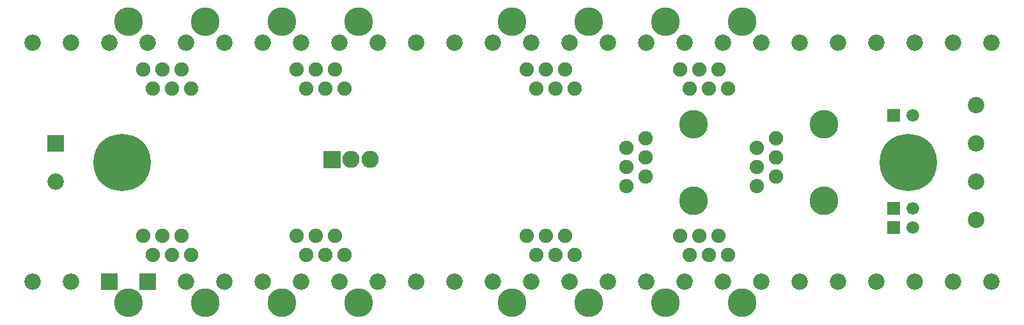
<source format=gbr>
G04 start of page 6 for group -4062 idx -4062 *
G04 Title: (unknown), soldermask *
G04 Creator: pcb 20140316 *
G04 CreationDate: Wed 18 Feb 2015 05:35:01 PM GMT UTC *
G04 For: ndholmes *
G04 Format: Gerber/RS-274X *
G04 PCB-Dimensions (mil): 5250.00 1700.00 *
G04 PCB-Coordinate-Origin: lower left *
%MOIN*%
%FSLAX25Y25*%
%LNBOTTOMMASK*%
%ADD80C,0.0660*%
%ADD79C,0.2997*%
%ADD78C,0.0900*%
%ADD77C,0.0001*%
%ADD76C,0.0750*%
%ADD75C,0.1500*%
%ADD74C,0.0860*%
G54D74*X150500Y147500D03*
G54D75*X140500Y158500D03*
G54D74*X130500Y147500D03*
X30500D03*
X10500D03*
X50500D03*
G54D76*X93000Y123500D03*
X88000Y133500D03*
X83000Y123500D03*
X78000Y133500D03*
X73000Y123500D03*
X68000Y133500D03*
G54D75*X100500Y158500D03*
X60500D03*
G54D74*X70500Y147500D03*
X110500D03*
X90500D03*
G54D77*G36*
X46200Y26800D02*Y18200D01*
X54800D01*
Y26800D01*
X46200D01*
G37*
G54D74*X10500Y22500D03*
X30500D03*
G54D77*G36*
X66200Y26800D02*Y18200D01*
X74800D01*
Y26800D01*
X66200D01*
G37*
G54D74*X250500Y22500D03*
X230500D03*
X270500D03*
X90500D03*
X110500D03*
X170500D03*
X190500D03*
X130500D03*
X150500D03*
X210500D03*
G54D76*X173000Y123500D03*
G54D75*X180500Y158500D03*
G54D78*X186500Y86500D03*
X176500D03*
G54D77*G36*
X162000Y91000D02*Y82000D01*
X171000D01*
Y91000D01*
X162000D01*
G37*
G54D74*X170500Y147500D03*
G54D76*X168000Y133500D03*
X158000D03*
X148000D03*
X163000Y123500D03*
X153000D03*
G54D74*X230500Y147500D03*
X210500D03*
X270500D03*
X250500D03*
G54D75*X260500Y158500D03*
G54D74*X290500Y147500D03*
G54D76*X288000Y133500D03*
X283000Y123500D03*
X278000Y133500D03*
X273000Y123500D03*
X268000Y133500D03*
G54D74*X190500Y147500D03*
G54D77*G36*
X18200Y99300D02*Y90700D01*
X26800D01*
Y99300D01*
X18200D01*
G37*
G54D79*X57000Y85000D03*
G54D74*X22500Y75000D03*
G54D76*X68000Y46500D03*
X73000Y36500D03*
X78000Y46500D03*
X83000Y36500D03*
X88000Y46500D03*
X93000Y36500D03*
G54D75*X60500Y11500D03*
X100500D03*
X140500D03*
X180500D03*
G54D76*X148000Y46500D03*
X153000Y36500D03*
X158000Y46500D03*
X163000Y36500D03*
X168000Y46500D03*
X173000Y36500D03*
G54D74*X470500Y147500D03*
X450500D03*
X510500D03*
X490500D03*
X430500D03*
X410500D03*
X502500Y95000D03*
Y115000D03*
Y55000D03*
Y75000D03*
X490500Y22500D03*
G54D79*X467000Y85000D03*
G54D77*G36*
X456200Y54300D02*Y47700D01*
X462800D01*
Y54300D01*
X456200D01*
G37*
G54D80*X469500Y51000D03*
G54D77*G36*
X456200Y64300D02*Y57700D01*
X462800D01*
Y64300D01*
X456200D01*
G37*
G54D80*X469500Y61000D03*
G54D75*X423000Y65000D03*
Y105000D03*
G54D77*G36*
X456200Y112800D02*Y106200D01*
X462800D01*
Y112800D01*
X456200D01*
G37*
G54D80*X469500Y109500D03*
G54D74*X310500Y22500D03*
X330500D03*
X350500D03*
X370500D03*
G54D75*X380500Y11500D03*
G54D74*X390500Y22500D03*
X290500D03*
G54D76*X268000Y46500D03*
X273000Y36500D03*
X278000Y46500D03*
X283000Y36500D03*
X288000Y46500D03*
X293000Y36500D03*
G54D75*X260500Y11500D03*
X300500D03*
X340500D03*
G54D74*X510500Y22500D03*
X450500D03*
X470500D03*
X410500D03*
X430500D03*
G54D76*X348000Y46500D03*
X353000Y36500D03*
X358000Y46500D03*
X363000Y36500D03*
X368000Y46500D03*
X373000Y36500D03*
G54D74*X390500Y147500D03*
G54D75*X380500Y158500D03*
G54D74*X370500Y147500D03*
G54D76*X368000Y133500D03*
X358000D03*
X348000D03*
G54D74*X350500Y147500D03*
X330500D03*
X310500D03*
G54D75*X340500Y158500D03*
X300500D03*
G54D76*X373000Y123500D03*
X363000D03*
X353000D03*
X293000D03*
X320000Y72500D03*
Y82500D03*
Y92500D03*
X330000Y77500D03*
Y87500D03*
Y97500D03*
G54D75*X355000Y65000D03*
Y105000D03*
G54D76*X388000Y72500D03*
X398000Y77500D03*
X388000Y82500D03*
X398000Y87500D03*
X388000Y92500D03*
X398000Y97500D03*
M02*

</source>
